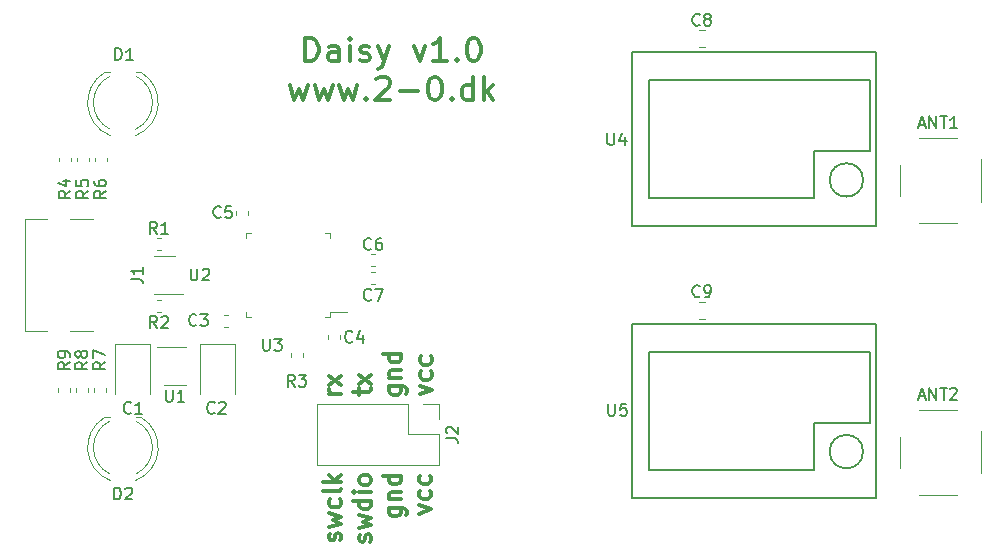
<source format=gbr>
G04 #@! TF.GenerationSoftware,KiCad,Pcbnew,5.1.8-db9833491~87~ubuntu20.04.1*
G04 #@! TF.CreationDate,2020-11-19T11:44:44+01:00*
G04 #@! TF.ProjectId,daisy,64616973-792e-46b6-9963-61645f706362,v1.0*
G04 #@! TF.SameCoordinates,Original*
G04 #@! TF.FileFunction,Legend,Top*
G04 #@! TF.FilePolarity,Positive*
%FSLAX46Y46*%
G04 Gerber Fmt 4.6, Leading zero omitted, Abs format (unit mm)*
G04 Created by KiCad (PCBNEW 5.1.8-db9833491~87~ubuntu20.04.1) date 2020-11-19 11:44:44*
%MOMM*%
%LPD*%
G01*
G04 APERTURE LIST*
%ADD10C,0.300000*%
%ADD11C,0.120000*%
%ADD12C,0.150000*%
G04 APERTURE END LIST*
D10*
X152138571Y-123592857D02*
X153138571Y-123235714D01*
X152138571Y-122878571D01*
X153067142Y-121664285D02*
X153138571Y-121807142D01*
X153138571Y-122092857D01*
X153067142Y-122235714D01*
X152995714Y-122307142D01*
X152852857Y-122378571D01*
X152424285Y-122378571D01*
X152281428Y-122307142D01*
X152210000Y-122235714D01*
X152138571Y-122092857D01*
X152138571Y-121807142D01*
X152210000Y-121664285D01*
X153067142Y-120378571D02*
X153138571Y-120521428D01*
X153138571Y-120807142D01*
X153067142Y-120950000D01*
X152995714Y-121021428D01*
X152852857Y-121092857D01*
X152424285Y-121092857D01*
X152281428Y-121021428D01*
X152210000Y-120950000D01*
X152138571Y-120807142D01*
X152138571Y-120521428D01*
X152210000Y-120378571D01*
X152078571Y-133692857D02*
X153078571Y-133335714D01*
X152078571Y-132978571D01*
X153007142Y-131764285D02*
X153078571Y-131907142D01*
X153078571Y-132192857D01*
X153007142Y-132335714D01*
X152935714Y-132407142D01*
X152792857Y-132478571D01*
X152364285Y-132478571D01*
X152221428Y-132407142D01*
X152150000Y-132335714D01*
X152078571Y-132192857D01*
X152078571Y-131907142D01*
X152150000Y-131764285D01*
X153007142Y-130478571D02*
X153078571Y-130621428D01*
X153078571Y-130907142D01*
X153007142Y-131050000D01*
X152935714Y-131121428D01*
X152792857Y-131192857D01*
X152364285Y-131192857D01*
X152221428Y-131121428D01*
X152150000Y-131050000D01*
X152078571Y-130907142D01*
X152078571Y-130621428D01*
X152150000Y-130478571D01*
X142419047Y-95404761D02*
X142419047Y-93404761D01*
X142895238Y-93404761D01*
X143180952Y-93500000D01*
X143371428Y-93690476D01*
X143466666Y-93880952D01*
X143561904Y-94261904D01*
X143561904Y-94547619D01*
X143466666Y-94928571D01*
X143371428Y-95119047D01*
X143180952Y-95309523D01*
X142895238Y-95404761D01*
X142419047Y-95404761D01*
X145276190Y-95404761D02*
X145276190Y-94357142D01*
X145180952Y-94166666D01*
X144990476Y-94071428D01*
X144609523Y-94071428D01*
X144419047Y-94166666D01*
X145276190Y-95309523D02*
X145085714Y-95404761D01*
X144609523Y-95404761D01*
X144419047Y-95309523D01*
X144323809Y-95119047D01*
X144323809Y-94928571D01*
X144419047Y-94738095D01*
X144609523Y-94642857D01*
X145085714Y-94642857D01*
X145276190Y-94547619D01*
X146228571Y-95404761D02*
X146228571Y-94071428D01*
X146228571Y-93404761D02*
X146133333Y-93500000D01*
X146228571Y-93595238D01*
X146323809Y-93500000D01*
X146228571Y-93404761D01*
X146228571Y-93595238D01*
X147085714Y-95309523D02*
X147276190Y-95404761D01*
X147657142Y-95404761D01*
X147847619Y-95309523D01*
X147942857Y-95119047D01*
X147942857Y-95023809D01*
X147847619Y-94833333D01*
X147657142Y-94738095D01*
X147371428Y-94738095D01*
X147180952Y-94642857D01*
X147085714Y-94452380D01*
X147085714Y-94357142D01*
X147180952Y-94166666D01*
X147371428Y-94071428D01*
X147657142Y-94071428D01*
X147847619Y-94166666D01*
X148609523Y-94071428D02*
X149085714Y-95404761D01*
X149561904Y-94071428D02*
X149085714Y-95404761D01*
X148895238Y-95880952D01*
X148800000Y-95976190D01*
X148609523Y-96071428D01*
X151657142Y-94071428D02*
X152133333Y-95404761D01*
X152609523Y-94071428D01*
X154419047Y-95404761D02*
X153276190Y-95404761D01*
X153847619Y-95404761D02*
X153847619Y-93404761D01*
X153657142Y-93690476D01*
X153466666Y-93880952D01*
X153276190Y-93976190D01*
X155276190Y-95214285D02*
X155371428Y-95309523D01*
X155276190Y-95404761D01*
X155180952Y-95309523D01*
X155276190Y-95214285D01*
X155276190Y-95404761D01*
X156609523Y-93404761D02*
X156800000Y-93404761D01*
X156990476Y-93500000D01*
X157085714Y-93595238D01*
X157180952Y-93785714D01*
X157276190Y-94166666D01*
X157276190Y-94642857D01*
X157180952Y-95023809D01*
X157085714Y-95214285D01*
X156990476Y-95309523D01*
X156800000Y-95404761D01*
X156609523Y-95404761D01*
X156419047Y-95309523D01*
X156323809Y-95214285D01*
X156228571Y-95023809D01*
X156133333Y-94642857D01*
X156133333Y-94166666D01*
X156228571Y-93785714D01*
X156323809Y-93595238D01*
X156419047Y-93500000D01*
X156609523Y-93404761D01*
X141133333Y-97371428D02*
X141514285Y-98704761D01*
X141895238Y-97752380D01*
X142276190Y-98704761D01*
X142657142Y-97371428D01*
X143228571Y-97371428D02*
X143609523Y-98704761D01*
X143990476Y-97752380D01*
X144371428Y-98704761D01*
X144752380Y-97371428D01*
X145323809Y-97371428D02*
X145704761Y-98704761D01*
X146085714Y-97752380D01*
X146466666Y-98704761D01*
X146847619Y-97371428D01*
X147609523Y-98514285D02*
X147704761Y-98609523D01*
X147609523Y-98704761D01*
X147514285Y-98609523D01*
X147609523Y-98514285D01*
X147609523Y-98704761D01*
X148466666Y-96895238D02*
X148561904Y-96800000D01*
X148752380Y-96704761D01*
X149228571Y-96704761D01*
X149419047Y-96800000D01*
X149514285Y-96895238D01*
X149609523Y-97085714D01*
X149609523Y-97276190D01*
X149514285Y-97561904D01*
X148371428Y-98704761D01*
X149609523Y-98704761D01*
X150466666Y-97942857D02*
X151990476Y-97942857D01*
X153323809Y-96704761D02*
X153514285Y-96704761D01*
X153704761Y-96800000D01*
X153800000Y-96895238D01*
X153895238Y-97085714D01*
X153990476Y-97466666D01*
X153990476Y-97942857D01*
X153895238Y-98323809D01*
X153800000Y-98514285D01*
X153704761Y-98609523D01*
X153514285Y-98704761D01*
X153323809Y-98704761D01*
X153133333Y-98609523D01*
X153038095Y-98514285D01*
X152942857Y-98323809D01*
X152847619Y-97942857D01*
X152847619Y-97466666D01*
X152942857Y-97085714D01*
X153038095Y-96895238D01*
X153133333Y-96800000D01*
X153323809Y-96704761D01*
X154847619Y-98514285D02*
X154942857Y-98609523D01*
X154847619Y-98704761D01*
X154752380Y-98609523D01*
X154847619Y-98514285D01*
X154847619Y-98704761D01*
X156657142Y-98704761D02*
X156657142Y-96704761D01*
X156657142Y-98609523D02*
X156466666Y-98704761D01*
X156085714Y-98704761D01*
X155895238Y-98609523D01*
X155800000Y-98514285D01*
X155704761Y-98323809D01*
X155704761Y-97752380D01*
X155800000Y-97561904D01*
X155895238Y-97466666D01*
X156085714Y-97371428D01*
X156466666Y-97371428D01*
X156657142Y-97466666D01*
X157609523Y-98704761D02*
X157609523Y-96704761D01*
X157800000Y-97942857D02*
X158371428Y-98704761D01*
X158371428Y-97371428D02*
X157609523Y-98133333D01*
X145387142Y-135970000D02*
X145458571Y-135827142D01*
X145458571Y-135541428D01*
X145387142Y-135398571D01*
X145244285Y-135327142D01*
X145172857Y-135327142D01*
X145030000Y-135398571D01*
X144958571Y-135541428D01*
X144958571Y-135755714D01*
X144887142Y-135898571D01*
X144744285Y-135970000D01*
X144672857Y-135970000D01*
X144530000Y-135898571D01*
X144458571Y-135755714D01*
X144458571Y-135541428D01*
X144530000Y-135398571D01*
X144458571Y-134827142D02*
X145458571Y-134541428D01*
X144744285Y-134255714D01*
X145458571Y-133970000D01*
X144458571Y-133684285D01*
X145387142Y-132470000D02*
X145458571Y-132612857D01*
X145458571Y-132898571D01*
X145387142Y-133041428D01*
X145315714Y-133112857D01*
X145172857Y-133184285D01*
X144744285Y-133184285D01*
X144601428Y-133112857D01*
X144530000Y-133041428D01*
X144458571Y-132898571D01*
X144458571Y-132612857D01*
X144530000Y-132470000D01*
X145458571Y-131612857D02*
X145387142Y-131755714D01*
X145244285Y-131827142D01*
X143958571Y-131827142D01*
X145458571Y-131041428D02*
X143958571Y-131041428D01*
X144887142Y-130898571D02*
X145458571Y-130470000D01*
X144458571Y-130470000D02*
X145030000Y-131041428D01*
X147937142Y-136101428D02*
X148008571Y-135958571D01*
X148008571Y-135672857D01*
X147937142Y-135530000D01*
X147794285Y-135458571D01*
X147722857Y-135458571D01*
X147580000Y-135530000D01*
X147508571Y-135672857D01*
X147508571Y-135887142D01*
X147437142Y-136030000D01*
X147294285Y-136101428D01*
X147222857Y-136101428D01*
X147080000Y-136030000D01*
X147008571Y-135887142D01*
X147008571Y-135672857D01*
X147080000Y-135530000D01*
X147008571Y-134958571D02*
X148008571Y-134672857D01*
X147294285Y-134387142D01*
X148008571Y-134101428D01*
X147008571Y-133815714D01*
X148008571Y-132601428D02*
X146508571Y-132601428D01*
X147937142Y-132601428D02*
X148008571Y-132744285D01*
X148008571Y-133030000D01*
X147937142Y-133172857D01*
X147865714Y-133244285D01*
X147722857Y-133315714D01*
X147294285Y-133315714D01*
X147151428Y-133244285D01*
X147080000Y-133172857D01*
X147008571Y-133030000D01*
X147008571Y-132744285D01*
X147080000Y-132601428D01*
X148008571Y-131887142D02*
X147008571Y-131887142D01*
X146508571Y-131887142D02*
X146580000Y-131958571D01*
X146651428Y-131887142D01*
X146580000Y-131815714D01*
X146508571Y-131887142D01*
X146651428Y-131887142D01*
X148008571Y-130958571D02*
X147937142Y-131101428D01*
X147865714Y-131172857D01*
X147722857Y-131244285D01*
X147294285Y-131244285D01*
X147151428Y-131172857D01*
X147080000Y-131101428D01*
X147008571Y-130958571D01*
X147008571Y-130744285D01*
X147080000Y-130601428D01*
X147151428Y-130530000D01*
X147294285Y-130458571D01*
X147722857Y-130458571D01*
X147865714Y-130530000D01*
X147937142Y-130601428D01*
X148008571Y-130744285D01*
X148008571Y-130958571D01*
X149538571Y-122905714D02*
X150752857Y-122905714D01*
X150895714Y-122977142D01*
X150967142Y-123048571D01*
X151038571Y-123191428D01*
X151038571Y-123405714D01*
X150967142Y-123548571D01*
X150467142Y-122905714D02*
X150538571Y-123048571D01*
X150538571Y-123334285D01*
X150467142Y-123477142D01*
X150395714Y-123548571D01*
X150252857Y-123620000D01*
X149824285Y-123620000D01*
X149681428Y-123548571D01*
X149610000Y-123477142D01*
X149538571Y-123334285D01*
X149538571Y-123048571D01*
X149610000Y-122905714D01*
X149538571Y-122191428D02*
X150538571Y-122191428D01*
X149681428Y-122191428D02*
X149610000Y-122120000D01*
X149538571Y-121977142D01*
X149538571Y-121762857D01*
X149610000Y-121620000D01*
X149752857Y-121548571D01*
X150538571Y-121548571D01*
X150538571Y-120191428D02*
X149038571Y-120191428D01*
X150467142Y-120191428D02*
X150538571Y-120334285D01*
X150538571Y-120620000D01*
X150467142Y-120762857D01*
X150395714Y-120834285D01*
X150252857Y-120905714D01*
X149824285Y-120905714D01*
X149681428Y-120834285D01*
X149610000Y-120762857D01*
X149538571Y-120620000D01*
X149538571Y-120334285D01*
X149610000Y-120191428D01*
X149528571Y-133215714D02*
X150742857Y-133215714D01*
X150885714Y-133287142D01*
X150957142Y-133358571D01*
X151028571Y-133501428D01*
X151028571Y-133715714D01*
X150957142Y-133858571D01*
X150457142Y-133215714D02*
X150528571Y-133358571D01*
X150528571Y-133644285D01*
X150457142Y-133787142D01*
X150385714Y-133858571D01*
X150242857Y-133930000D01*
X149814285Y-133930000D01*
X149671428Y-133858571D01*
X149600000Y-133787142D01*
X149528571Y-133644285D01*
X149528571Y-133358571D01*
X149600000Y-133215714D01*
X149528571Y-132501428D02*
X150528571Y-132501428D01*
X149671428Y-132501428D02*
X149600000Y-132430000D01*
X149528571Y-132287142D01*
X149528571Y-132072857D01*
X149600000Y-131930000D01*
X149742857Y-131858571D01*
X150528571Y-131858571D01*
X150528571Y-130501428D02*
X149028571Y-130501428D01*
X150457142Y-130501428D02*
X150528571Y-130644285D01*
X150528571Y-130930000D01*
X150457142Y-131072857D01*
X150385714Y-131144285D01*
X150242857Y-131215714D01*
X149814285Y-131215714D01*
X149671428Y-131144285D01*
X149600000Y-131072857D01*
X149528571Y-130930000D01*
X149528571Y-130644285D01*
X149600000Y-130501428D01*
X147008571Y-123642857D02*
X147008571Y-123071428D01*
X146508571Y-123428571D02*
X147794285Y-123428571D01*
X147937142Y-123357142D01*
X148008571Y-123214285D01*
X148008571Y-123071428D01*
X148008571Y-122714285D02*
X147008571Y-121928571D01*
X147008571Y-122714285D02*
X148008571Y-121928571D01*
X145438571Y-123594285D02*
X144438571Y-123594285D01*
X144724285Y-123594285D02*
X144581428Y-123522857D01*
X144510000Y-123451428D01*
X144438571Y-123308571D01*
X144438571Y-123165714D01*
X145438571Y-122808571D02*
X144438571Y-122022857D01*
X144438571Y-122808571D02*
X145438571Y-122022857D01*
D11*
X199680000Y-126700000D02*
X199680000Y-130300000D01*
X192800000Y-127200000D02*
X192800000Y-129800000D01*
X197600000Y-132100000D02*
X194400000Y-132100000D01*
X197600000Y-124900000D02*
X194400000Y-124900000D01*
X199680000Y-103700000D02*
X199680000Y-107300000D01*
X192800000Y-104200000D02*
X192800000Y-106800000D01*
X197600000Y-109100000D02*
X194400000Y-109100000D01*
X197600000Y-101900000D02*
X194400000Y-101900000D01*
X118680000Y-108800000D02*
X118680000Y-118200000D01*
X124480000Y-118200000D02*
X122480000Y-118200000D01*
X120580000Y-118200000D02*
X118680000Y-118200000D01*
X124480000Y-108800000D02*
X122480000Y-108800000D01*
X120580000Y-108800000D02*
X118680000Y-108800000D01*
X144560000Y-109940000D02*
X144140000Y-109940000D01*
X144560000Y-117060000D02*
X144560000Y-116640000D01*
X144560000Y-116640000D02*
X145940000Y-116640000D01*
X137440000Y-117060000D02*
X137860000Y-117060000D01*
X137440000Y-109940000D02*
X137860000Y-109940000D01*
X144560000Y-117060000D02*
X144140000Y-117060000D01*
X144560000Y-109940000D02*
X144560000Y-110360000D01*
X137440000Y-109940000D02*
X137440000Y-110360000D01*
X137440000Y-117060000D02*
X137440000Y-116640000D01*
X130212779Y-110390000D02*
X129887221Y-110390000D01*
X130212779Y-111410000D02*
X129887221Y-111410000D01*
X129310000Y-123540000D02*
X129310000Y-119330000D01*
X129310000Y-119330000D02*
X126290000Y-119330000D01*
X126290000Y-119330000D02*
X126290000Y-123540000D01*
X133490000Y-119327500D02*
X133490000Y-123537500D01*
X136510000Y-119327500D02*
X133490000Y-119327500D01*
X136510000Y-123537500D02*
X136510000Y-119327500D01*
X135882779Y-117920000D02*
X135557221Y-117920000D01*
X135882779Y-116900000D02*
X135557221Y-116900000D01*
X144400000Y-118607221D02*
X144400000Y-118932779D01*
X145420000Y-118607221D02*
X145420000Y-118932779D01*
X136570000Y-108382779D02*
X136570000Y-108057221D01*
X137590000Y-108382779D02*
X137590000Y-108057221D01*
X148007221Y-112750000D02*
X148332779Y-112750000D01*
X148007221Y-111730000D02*
X148332779Y-111730000D01*
X148007221Y-114260000D02*
X148332779Y-114260000D01*
X148007221Y-113240000D02*
X148332779Y-113240000D01*
X130212779Y-116610000D02*
X129887221Y-116610000D01*
X130212779Y-115590000D02*
X129887221Y-115590000D01*
X141240000Y-120117221D02*
X141240000Y-120442779D01*
X142260000Y-120117221D02*
X142260000Y-120442779D01*
X122620000Y-103882779D02*
X122620000Y-103557221D01*
X121600000Y-103882779D02*
X121600000Y-103557221D01*
X123100000Y-103882779D02*
X123100000Y-103557221D01*
X124120000Y-103882779D02*
X124120000Y-103557221D01*
X125620000Y-103882779D02*
X125620000Y-103557221D01*
X124600000Y-103882779D02*
X124600000Y-103557221D01*
X125550000Y-123047221D02*
X125550000Y-123372779D01*
X124530000Y-123047221D02*
X124530000Y-123372779D01*
X132300000Y-119590000D02*
X129850000Y-119590000D01*
X130500000Y-122810000D02*
X132300000Y-122810000D01*
X129600000Y-115110000D02*
X132050000Y-115110000D01*
X131400000Y-111890000D02*
X129600000Y-111890000D01*
X128545000Y-96345000D02*
X128080000Y-96345000D01*
X125920000Y-96345000D02*
X125455000Y-96345000D01*
X125919571Y-101159479D02*
G75*
G02*
X125920000Y-96650316I1080429J2254479D01*
G01*
X128080429Y-101159479D02*
G75*
G03*
X128080000Y-96650316I-1080429J2254479D01*
G01*
X125919173Y-101692815D02*
G75*
G02*
X125455170Y-96345000I1080827J2787815D01*
G01*
X128080827Y-101692815D02*
G75*
G03*
X128544830Y-96345000I-1080827J2787815D01*
G01*
X125920000Y-125545000D02*
X125455000Y-125545000D01*
X128545000Y-125545000D02*
X128080000Y-125545000D01*
X128080827Y-130892815D02*
G75*
G03*
X128544830Y-125545000I-1080827J2787815D01*
G01*
X125919173Y-130892815D02*
G75*
G02*
X125455170Y-125545000I1080827J2787815D01*
G01*
X128080429Y-130359479D02*
G75*
G03*
X128080000Y-125850316I-1080429J2254479D01*
G01*
X125919571Y-130359479D02*
G75*
G02*
X125920000Y-125850316I1080429J2254479D01*
G01*
X123020000Y-123047221D02*
X123020000Y-123372779D01*
X124040000Y-123047221D02*
X124040000Y-123372779D01*
X122550000Y-123047221D02*
X122550000Y-123372779D01*
X121530000Y-123047221D02*
X121530000Y-123372779D01*
X175741422Y-94210000D02*
X176258578Y-94210000D01*
X175741422Y-92790000D02*
X176258578Y-92790000D01*
X175741422Y-115790000D02*
X176258578Y-115790000D01*
X175741422Y-117210000D02*
X176258578Y-117210000D01*
X153730000Y-124400000D02*
X153730000Y-125730000D01*
X152400000Y-124400000D02*
X153730000Y-124400000D01*
X153730000Y-127000000D02*
X153730000Y-129600000D01*
X151130000Y-127000000D02*
X153730000Y-127000000D01*
X151130000Y-124400000D02*
X151130000Y-127000000D01*
X153730000Y-129600000D02*
X143450000Y-129600000D01*
X151130000Y-124400000D02*
X143450000Y-124400000D01*
X143450000Y-124400000D02*
X143450000Y-129600000D01*
D12*
X170100000Y-94650000D02*
X190800000Y-94650000D01*
X190800000Y-94650000D02*
X190800000Y-109350000D01*
X190800000Y-109350000D02*
X170100000Y-109350000D01*
X170100000Y-109350000D02*
X170100000Y-94650000D01*
X171500000Y-107000000D02*
X171500000Y-97000000D01*
X171500000Y-97000000D02*
X190250000Y-97000000D01*
X190250000Y-97000000D02*
X190250000Y-103000000D01*
X190250000Y-103000000D02*
X185550000Y-103000000D01*
X185550000Y-103000000D02*
X185550000Y-107000000D01*
X185550000Y-107000000D02*
X171500000Y-107000000D01*
X189664214Y-105450000D02*
G75*
G03*
X189664214Y-105450000I-1414214J0D01*
G01*
X189664214Y-128450000D02*
G75*
G03*
X189664214Y-128450000I-1414214J0D01*
G01*
X185550000Y-130000000D02*
X171500000Y-130000000D01*
X185550000Y-126000000D02*
X185550000Y-130000000D01*
X190250000Y-126000000D02*
X185550000Y-126000000D01*
X190250000Y-120000000D02*
X190250000Y-126000000D01*
X171500000Y-120000000D02*
X190250000Y-120000000D01*
X171500000Y-130000000D02*
X171500000Y-120000000D01*
X170100000Y-132350000D02*
X170100000Y-117650000D01*
X190800000Y-132350000D02*
X170100000Y-132350000D01*
X190800000Y-117650000D02*
X190800000Y-132350000D01*
X170100000Y-117650000D02*
X190800000Y-117650000D01*
X194380952Y-123766666D02*
X194857142Y-123766666D01*
X194285714Y-124052380D02*
X194619047Y-123052380D01*
X194952380Y-124052380D01*
X195285714Y-124052380D02*
X195285714Y-123052380D01*
X195857142Y-124052380D01*
X195857142Y-123052380D01*
X196190476Y-123052380D02*
X196761904Y-123052380D01*
X196476190Y-124052380D02*
X196476190Y-123052380D01*
X197047619Y-123147619D02*
X197095238Y-123100000D01*
X197190476Y-123052380D01*
X197428571Y-123052380D01*
X197523809Y-123100000D01*
X197571428Y-123147619D01*
X197619047Y-123242857D01*
X197619047Y-123338095D01*
X197571428Y-123480952D01*
X197000000Y-124052380D01*
X197619047Y-124052380D01*
X194380952Y-100766666D02*
X194857142Y-100766666D01*
X194285714Y-101052380D02*
X194619047Y-100052380D01*
X194952380Y-101052380D01*
X195285714Y-101052380D02*
X195285714Y-100052380D01*
X195857142Y-101052380D01*
X195857142Y-100052380D01*
X196190476Y-100052380D02*
X196761904Y-100052380D01*
X196476190Y-101052380D02*
X196476190Y-100052380D01*
X197619047Y-101052380D02*
X197047619Y-101052380D01*
X197333333Y-101052380D02*
X197333333Y-100052380D01*
X197238095Y-100195238D01*
X197142857Y-100290476D01*
X197047619Y-100338095D01*
X127677380Y-113833333D02*
X128391666Y-113833333D01*
X128534523Y-113880952D01*
X128629761Y-113976190D01*
X128677380Y-114119047D01*
X128677380Y-114214285D01*
X128677380Y-112833333D02*
X128677380Y-113404761D01*
X128677380Y-113119047D02*
X127677380Y-113119047D01*
X127820238Y-113214285D01*
X127915476Y-113309523D01*
X127963095Y-113404761D01*
X138858095Y-118902380D02*
X138858095Y-119711904D01*
X138905714Y-119807142D01*
X138953333Y-119854761D01*
X139048571Y-119902380D01*
X139239047Y-119902380D01*
X139334285Y-119854761D01*
X139381904Y-119807142D01*
X139429523Y-119711904D01*
X139429523Y-118902380D01*
X139810476Y-118902380D02*
X140429523Y-118902380D01*
X140096190Y-119283333D01*
X140239047Y-119283333D01*
X140334285Y-119330952D01*
X140381904Y-119378571D01*
X140429523Y-119473809D01*
X140429523Y-119711904D01*
X140381904Y-119807142D01*
X140334285Y-119854761D01*
X140239047Y-119902380D01*
X139953333Y-119902380D01*
X139858095Y-119854761D01*
X139810476Y-119807142D01*
X129883333Y-110012380D02*
X129550000Y-109536190D01*
X129311904Y-110012380D02*
X129311904Y-109012380D01*
X129692857Y-109012380D01*
X129788095Y-109060000D01*
X129835714Y-109107619D01*
X129883333Y-109202857D01*
X129883333Y-109345714D01*
X129835714Y-109440952D01*
X129788095Y-109488571D01*
X129692857Y-109536190D01*
X129311904Y-109536190D01*
X130835714Y-110012380D02*
X130264285Y-110012380D01*
X130550000Y-110012380D02*
X130550000Y-109012380D01*
X130454761Y-109155238D01*
X130359523Y-109250476D01*
X130264285Y-109298095D01*
X127673333Y-125147142D02*
X127625714Y-125194761D01*
X127482857Y-125242380D01*
X127387619Y-125242380D01*
X127244761Y-125194761D01*
X127149523Y-125099523D01*
X127101904Y-125004285D01*
X127054285Y-124813809D01*
X127054285Y-124670952D01*
X127101904Y-124480476D01*
X127149523Y-124385238D01*
X127244761Y-124290000D01*
X127387619Y-124242380D01*
X127482857Y-124242380D01*
X127625714Y-124290000D01*
X127673333Y-124337619D01*
X128625714Y-125242380D02*
X128054285Y-125242380D01*
X128340000Y-125242380D02*
X128340000Y-124242380D01*
X128244761Y-124385238D01*
X128149523Y-124480476D01*
X128054285Y-124528095D01*
X134753333Y-125147142D02*
X134705714Y-125194761D01*
X134562857Y-125242380D01*
X134467619Y-125242380D01*
X134324761Y-125194761D01*
X134229523Y-125099523D01*
X134181904Y-125004285D01*
X134134285Y-124813809D01*
X134134285Y-124670952D01*
X134181904Y-124480476D01*
X134229523Y-124385238D01*
X134324761Y-124290000D01*
X134467619Y-124242380D01*
X134562857Y-124242380D01*
X134705714Y-124290000D01*
X134753333Y-124337619D01*
X135134285Y-124337619D02*
X135181904Y-124290000D01*
X135277142Y-124242380D01*
X135515238Y-124242380D01*
X135610476Y-124290000D01*
X135658095Y-124337619D01*
X135705714Y-124432857D01*
X135705714Y-124528095D01*
X135658095Y-124670952D01*
X135086666Y-125242380D01*
X135705714Y-125242380D01*
X133223333Y-117717142D02*
X133175714Y-117764761D01*
X133032857Y-117812380D01*
X132937619Y-117812380D01*
X132794761Y-117764761D01*
X132699523Y-117669523D01*
X132651904Y-117574285D01*
X132604285Y-117383809D01*
X132604285Y-117240952D01*
X132651904Y-117050476D01*
X132699523Y-116955238D01*
X132794761Y-116860000D01*
X132937619Y-116812380D01*
X133032857Y-116812380D01*
X133175714Y-116860000D01*
X133223333Y-116907619D01*
X133556666Y-116812380D02*
X134175714Y-116812380D01*
X133842380Y-117193333D01*
X133985238Y-117193333D01*
X134080476Y-117240952D01*
X134128095Y-117288571D01*
X134175714Y-117383809D01*
X134175714Y-117621904D01*
X134128095Y-117717142D01*
X134080476Y-117764761D01*
X133985238Y-117812380D01*
X133699523Y-117812380D01*
X133604285Y-117764761D01*
X133556666Y-117717142D01*
X146433333Y-119127142D02*
X146385714Y-119174761D01*
X146242857Y-119222380D01*
X146147619Y-119222380D01*
X146004761Y-119174761D01*
X145909523Y-119079523D01*
X145861904Y-118984285D01*
X145814285Y-118793809D01*
X145814285Y-118650952D01*
X145861904Y-118460476D01*
X145909523Y-118365238D01*
X146004761Y-118270000D01*
X146147619Y-118222380D01*
X146242857Y-118222380D01*
X146385714Y-118270000D01*
X146433333Y-118317619D01*
X147290476Y-118555714D02*
X147290476Y-119222380D01*
X147052380Y-118174761D02*
X146814285Y-118889047D01*
X147433333Y-118889047D01*
X135283333Y-108577142D02*
X135235714Y-108624761D01*
X135092857Y-108672380D01*
X134997619Y-108672380D01*
X134854761Y-108624761D01*
X134759523Y-108529523D01*
X134711904Y-108434285D01*
X134664285Y-108243809D01*
X134664285Y-108100952D01*
X134711904Y-107910476D01*
X134759523Y-107815238D01*
X134854761Y-107720000D01*
X134997619Y-107672380D01*
X135092857Y-107672380D01*
X135235714Y-107720000D01*
X135283333Y-107767619D01*
X136188095Y-107672380D02*
X135711904Y-107672380D01*
X135664285Y-108148571D01*
X135711904Y-108100952D01*
X135807142Y-108053333D01*
X136045238Y-108053333D01*
X136140476Y-108100952D01*
X136188095Y-108148571D01*
X136235714Y-108243809D01*
X136235714Y-108481904D01*
X136188095Y-108577142D01*
X136140476Y-108624761D01*
X136045238Y-108672380D01*
X135807142Y-108672380D01*
X135711904Y-108624761D01*
X135664285Y-108577142D01*
X148013333Y-111277142D02*
X147965714Y-111324761D01*
X147822857Y-111372380D01*
X147727619Y-111372380D01*
X147584761Y-111324761D01*
X147489523Y-111229523D01*
X147441904Y-111134285D01*
X147394285Y-110943809D01*
X147394285Y-110800952D01*
X147441904Y-110610476D01*
X147489523Y-110515238D01*
X147584761Y-110420000D01*
X147727619Y-110372380D01*
X147822857Y-110372380D01*
X147965714Y-110420000D01*
X148013333Y-110467619D01*
X148870476Y-110372380D02*
X148680000Y-110372380D01*
X148584761Y-110420000D01*
X148537142Y-110467619D01*
X148441904Y-110610476D01*
X148394285Y-110800952D01*
X148394285Y-111181904D01*
X148441904Y-111277142D01*
X148489523Y-111324761D01*
X148584761Y-111372380D01*
X148775238Y-111372380D01*
X148870476Y-111324761D01*
X148918095Y-111277142D01*
X148965714Y-111181904D01*
X148965714Y-110943809D01*
X148918095Y-110848571D01*
X148870476Y-110800952D01*
X148775238Y-110753333D01*
X148584761Y-110753333D01*
X148489523Y-110800952D01*
X148441904Y-110848571D01*
X148394285Y-110943809D01*
X148013333Y-115567142D02*
X147965714Y-115614761D01*
X147822857Y-115662380D01*
X147727619Y-115662380D01*
X147584761Y-115614761D01*
X147489523Y-115519523D01*
X147441904Y-115424285D01*
X147394285Y-115233809D01*
X147394285Y-115090952D01*
X147441904Y-114900476D01*
X147489523Y-114805238D01*
X147584761Y-114710000D01*
X147727619Y-114662380D01*
X147822857Y-114662380D01*
X147965714Y-114710000D01*
X148013333Y-114757619D01*
X148346666Y-114662380D02*
X149013333Y-114662380D01*
X148584761Y-115662380D01*
X129883333Y-117972380D02*
X129550000Y-117496190D01*
X129311904Y-117972380D02*
X129311904Y-116972380D01*
X129692857Y-116972380D01*
X129788095Y-117020000D01*
X129835714Y-117067619D01*
X129883333Y-117162857D01*
X129883333Y-117305714D01*
X129835714Y-117400952D01*
X129788095Y-117448571D01*
X129692857Y-117496190D01*
X129311904Y-117496190D01*
X130264285Y-117067619D02*
X130311904Y-117020000D01*
X130407142Y-116972380D01*
X130645238Y-116972380D01*
X130740476Y-117020000D01*
X130788095Y-117067619D01*
X130835714Y-117162857D01*
X130835714Y-117258095D01*
X130788095Y-117400952D01*
X130216666Y-117972380D01*
X130835714Y-117972380D01*
X141543333Y-122942380D02*
X141210000Y-122466190D01*
X140971904Y-122942380D02*
X140971904Y-121942380D01*
X141352857Y-121942380D01*
X141448095Y-121990000D01*
X141495714Y-122037619D01*
X141543333Y-122132857D01*
X141543333Y-122275714D01*
X141495714Y-122370952D01*
X141448095Y-122418571D01*
X141352857Y-122466190D01*
X140971904Y-122466190D01*
X141876666Y-121942380D02*
X142495714Y-121942380D01*
X142162380Y-122323333D01*
X142305238Y-122323333D01*
X142400476Y-122370952D01*
X142448095Y-122418571D01*
X142495714Y-122513809D01*
X142495714Y-122751904D01*
X142448095Y-122847142D01*
X142400476Y-122894761D01*
X142305238Y-122942380D01*
X142019523Y-122942380D01*
X141924285Y-122894761D01*
X141876666Y-122847142D01*
X122552380Y-106366666D02*
X122076190Y-106700000D01*
X122552380Y-106938095D02*
X121552380Y-106938095D01*
X121552380Y-106557142D01*
X121600000Y-106461904D01*
X121647619Y-106414285D01*
X121742857Y-106366666D01*
X121885714Y-106366666D01*
X121980952Y-106414285D01*
X122028571Y-106461904D01*
X122076190Y-106557142D01*
X122076190Y-106938095D01*
X121885714Y-105509523D02*
X122552380Y-105509523D01*
X121504761Y-105747619D02*
X122219047Y-105985714D01*
X122219047Y-105366666D01*
X124062380Y-106366666D02*
X123586190Y-106700000D01*
X124062380Y-106938095D02*
X123062380Y-106938095D01*
X123062380Y-106557142D01*
X123110000Y-106461904D01*
X123157619Y-106414285D01*
X123252857Y-106366666D01*
X123395714Y-106366666D01*
X123490952Y-106414285D01*
X123538571Y-106461904D01*
X123586190Y-106557142D01*
X123586190Y-106938095D01*
X123062380Y-105461904D02*
X123062380Y-105938095D01*
X123538571Y-105985714D01*
X123490952Y-105938095D01*
X123443333Y-105842857D01*
X123443333Y-105604761D01*
X123490952Y-105509523D01*
X123538571Y-105461904D01*
X123633809Y-105414285D01*
X123871904Y-105414285D01*
X123967142Y-105461904D01*
X124014761Y-105509523D01*
X124062380Y-105604761D01*
X124062380Y-105842857D01*
X124014761Y-105938095D01*
X123967142Y-105985714D01*
X125552380Y-106366666D02*
X125076190Y-106700000D01*
X125552380Y-106938095D02*
X124552380Y-106938095D01*
X124552380Y-106557142D01*
X124600000Y-106461904D01*
X124647619Y-106414285D01*
X124742857Y-106366666D01*
X124885714Y-106366666D01*
X124980952Y-106414285D01*
X125028571Y-106461904D01*
X125076190Y-106557142D01*
X125076190Y-106938095D01*
X124552380Y-105509523D02*
X124552380Y-105700000D01*
X124600000Y-105795238D01*
X124647619Y-105842857D01*
X124790476Y-105938095D01*
X124980952Y-105985714D01*
X125361904Y-105985714D01*
X125457142Y-105938095D01*
X125504761Y-105890476D01*
X125552380Y-105795238D01*
X125552380Y-105604761D01*
X125504761Y-105509523D01*
X125457142Y-105461904D01*
X125361904Y-105414285D01*
X125123809Y-105414285D01*
X125028571Y-105461904D01*
X124980952Y-105509523D01*
X124933333Y-105604761D01*
X124933333Y-105795238D01*
X124980952Y-105890476D01*
X125028571Y-105938095D01*
X125123809Y-105985714D01*
X125492380Y-120876666D02*
X125016190Y-121210000D01*
X125492380Y-121448095D02*
X124492380Y-121448095D01*
X124492380Y-121067142D01*
X124540000Y-120971904D01*
X124587619Y-120924285D01*
X124682857Y-120876666D01*
X124825714Y-120876666D01*
X124920952Y-120924285D01*
X124968571Y-120971904D01*
X125016190Y-121067142D01*
X125016190Y-121448095D01*
X124492380Y-120543333D02*
X124492380Y-119876666D01*
X125492380Y-120305238D01*
X130638095Y-123212380D02*
X130638095Y-124021904D01*
X130685714Y-124117142D01*
X130733333Y-124164761D01*
X130828571Y-124212380D01*
X131019047Y-124212380D01*
X131114285Y-124164761D01*
X131161904Y-124117142D01*
X131209523Y-124021904D01*
X131209523Y-123212380D01*
X132209523Y-124212380D02*
X131638095Y-124212380D01*
X131923809Y-124212380D02*
X131923809Y-123212380D01*
X131828571Y-123355238D01*
X131733333Y-123450476D01*
X131638095Y-123498095D01*
X132738095Y-112952380D02*
X132738095Y-113761904D01*
X132785714Y-113857142D01*
X132833333Y-113904761D01*
X132928571Y-113952380D01*
X133119047Y-113952380D01*
X133214285Y-113904761D01*
X133261904Y-113857142D01*
X133309523Y-113761904D01*
X133309523Y-112952380D01*
X133738095Y-113047619D02*
X133785714Y-113000000D01*
X133880952Y-112952380D01*
X134119047Y-112952380D01*
X134214285Y-113000000D01*
X134261904Y-113047619D01*
X134309523Y-113142857D01*
X134309523Y-113238095D01*
X134261904Y-113380952D01*
X133690476Y-113952380D01*
X134309523Y-113952380D01*
X126331904Y-95292380D02*
X126331904Y-94292380D01*
X126570000Y-94292380D01*
X126712857Y-94340000D01*
X126808095Y-94435238D01*
X126855714Y-94530476D01*
X126903333Y-94720952D01*
X126903333Y-94863809D01*
X126855714Y-95054285D01*
X126808095Y-95149523D01*
X126712857Y-95244761D01*
X126570000Y-95292380D01*
X126331904Y-95292380D01*
X127855714Y-95292380D02*
X127284285Y-95292380D01*
X127570000Y-95292380D02*
X127570000Y-94292380D01*
X127474761Y-94435238D01*
X127379523Y-94530476D01*
X127284285Y-94578095D01*
X126251904Y-132502380D02*
X126251904Y-131502380D01*
X126490000Y-131502380D01*
X126632857Y-131550000D01*
X126728095Y-131645238D01*
X126775714Y-131740476D01*
X126823333Y-131930952D01*
X126823333Y-132073809D01*
X126775714Y-132264285D01*
X126728095Y-132359523D01*
X126632857Y-132454761D01*
X126490000Y-132502380D01*
X126251904Y-132502380D01*
X127204285Y-131597619D02*
X127251904Y-131550000D01*
X127347142Y-131502380D01*
X127585238Y-131502380D01*
X127680476Y-131550000D01*
X127728095Y-131597619D01*
X127775714Y-131692857D01*
X127775714Y-131788095D01*
X127728095Y-131930952D01*
X127156666Y-132502380D01*
X127775714Y-132502380D01*
X123982380Y-120866666D02*
X123506190Y-121200000D01*
X123982380Y-121438095D02*
X122982380Y-121438095D01*
X122982380Y-121057142D01*
X123030000Y-120961904D01*
X123077619Y-120914285D01*
X123172857Y-120866666D01*
X123315714Y-120866666D01*
X123410952Y-120914285D01*
X123458571Y-120961904D01*
X123506190Y-121057142D01*
X123506190Y-121438095D01*
X123410952Y-120295238D02*
X123363333Y-120390476D01*
X123315714Y-120438095D01*
X123220476Y-120485714D01*
X123172857Y-120485714D01*
X123077619Y-120438095D01*
X123030000Y-120390476D01*
X122982380Y-120295238D01*
X122982380Y-120104761D01*
X123030000Y-120009523D01*
X123077619Y-119961904D01*
X123172857Y-119914285D01*
X123220476Y-119914285D01*
X123315714Y-119961904D01*
X123363333Y-120009523D01*
X123410952Y-120104761D01*
X123410952Y-120295238D01*
X123458571Y-120390476D01*
X123506190Y-120438095D01*
X123601428Y-120485714D01*
X123791904Y-120485714D01*
X123887142Y-120438095D01*
X123934761Y-120390476D01*
X123982380Y-120295238D01*
X123982380Y-120104761D01*
X123934761Y-120009523D01*
X123887142Y-119961904D01*
X123791904Y-119914285D01*
X123601428Y-119914285D01*
X123506190Y-119961904D01*
X123458571Y-120009523D01*
X123410952Y-120104761D01*
X122492380Y-120876666D02*
X122016190Y-121210000D01*
X122492380Y-121448095D02*
X121492380Y-121448095D01*
X121492380Y-121067142D01*
X121540000Y-120971904D01*
X121587619Y-120924285D01*
X121682857Y-120876666D01*
X121825714Y-120876666D01*
X121920952Y-120924285D01*
X121968571Y-120971904D01*
X122016190Y-121067142D01*
X122016190Y-121448095D01*
X122492380Y-120400476D02*
X122492380Y-120210000D01*
X122444761Y-120114761D01*
X122397142Y-120067142D01*
X122254285Y-119971904D01*
X122063809Y-119924285D01*
X121682857Y-119924285D01*
X121587619Y-119971904D01*
X121540000Y-120019523D01*
X121492380Y-120114761D01*
X121492380Y-120305238D01*
X121540000Y-120400476D01*
X121587619Y-120448095D01*
X121682857Y-120495714D01*
X121920952Y-120495714D01*
X122016190Y-120448095D01*
X122063809Y-120400476D01*
X122111428Y-120305238D01*
X122111428Y-120114761D01*
X122063809Y-120019523D01*
X122016190Y-119971904D01*
X121920952Y-119924285D01*
X175833333Y-92297142D02*
X175785714Y-92344761D01*
X175642857Y-92392380D01*
X175547619Y-92392380D01*
X175404761Y-92344761D01*
X175309523Y-92249523D01*
X175261904Y-92154285D01*
X175214285Y-91963809D01*
X175214285Y-91820952D01*
X175261904Y-91630476D01*
X175309523Y-91535238D01*
X175404761Y-91440000D01*
X175547619Y-91392380D01*
X175642857Y-91392380D01*
X175785714Y-91440000D01*
X175833333Y-91487619D01*
X176404761Y-91820952D02*
X176309523Y-91773333D01*
X176261904Y-91725714D01*
X176214285Y-91630476D01*
X176214285Y-91582857D01*
X176261904Y-91487619D01*
X176309523Y-91440000D01*
X176404761Y-91392380D01*
X176595238Y-91392380D01*
X176690476Y-91440000D01*
X176738095Y-91487619D01*
X176785714Y-91582857D01*
X176785714Y-91630476D01*
X176738095Y-91725714D01*
X176690476Y-91773333D01*
X176595238Y-91820952D01*
X176404761Y-91820952D01*
X176309523Y-91868571D01*
X176261904Y-91916190D01*
X176214285Y-92011428D01*
X176214285Y-92201904D01*
X176261904Y-92297142D01*
X176309523Y-92344761D01*
X176404761Y-92392380D01*
X176595238Y-92392380D01*
X176690476Y-92344761D01*
X176738095Y-92297142D01*
X176785714Y-92201904D01*
X176785714Y-92011428D01*
X176738095Y-91916190D01*
X176690476Y-91868571D01*
X176595238Y-91820952D01*
X175833333Y-115277142D02*
X175785714Y-115324761D01*
X175642857Y-115372380D01*
X175547619Y-115372380D01*
X175404761Y-115324761D01*
X175309523Y-115229523D01*
X175261904Y-115134285D01*
X175214285Y-114943809D01*
X175214285Y-114800952D01*
X175261904Y-114610476D01*
X175309523Y-114515238D01*
X175404761Y-114420000D01*
X175547619Y-114372380D01*
X175642857Y-114372380D01*
X175785714Y-114420000D01*
X175833333Y-114467619D01*
X176309523Y-115372380D02*
X176500000Y-115372380D01*
X176595238Y-115324761D01*
X176642857Y-115277142D01*
X176738095Y-115134285D01*
X176785714Y-114943809D01*
X176785714Y-114562857D01*
X176738095Y-114467619D01*
X176690476Y-114420000D01*
X176595238Y-114372380D01*
X176404761Y-114372380D01*
X176309523Y-114420000D01*
X176261904Y-114467619D01*
X176214285Y-114562857D01*
X176214285Y-114800952D01*
X176261904Y-114896190D01*
X176309523Y-114943809D01*
X176404761Y-114991428D01*
X176595238Y-114991428D01*
X176690476Y-114943809D01*
X176738095Y-114896190D01*
X176785714Y-114800952D01*
X154372380Y-127333333D02*
X155086666Y-127333333D01*
X155229523Y-127380952D01*
X155324761Y-127476190D01*
X155372380Y-127619047D01*
X155372380Y-127714285D01*
X154467619Y-126904761D02*
X154420000Y-126857142D01*
X154372380Y-126761904D01*
X154372380Y-126523809D01*
X154420000Y-126428571D01*
X154467619Y-126380952D01*
X154562857Y-126333333D01*
X154658095Y-126333333D01*
X154800952Y-126380952D01*
X155372380Y-126952380D01*
X155372380Y-126333333D01*
X168018095Y-101482380D02*
X168018095Y-102291904D01*
X168065714Y-102387142D01*
X168113333Y-102434761D01*
X168208571Y-102482380D01*
X168399047Y-102482380D01*
X168494285Y-102434761D01*
X168541904Y-102387142D01*
X168589523Y-102291904D01*
X168589523Y-101482380D01*
X169494285Y-101815714D02*
X169494285Y-102482380D01*
X169256190Y-101434761D02*
X169018095Y-102149047D01*
X169637142Y-102149047D01*
X168088095Y-124412380D02*
X168088095Y-125221904D01*
X168135714Y-125317142D01*
X168183333Y-125364761D01*
X168278571Y-125412380D01*
X168469047Y-125412380D01*
X168564285Y-125364761D01*
X168611904Y-125317142D01*
X168659523Y-125221904D01*
X168659523Y-124412380D01*
X169611904Y-124412380D02*
X169135714Y-124412380D01*
X169088095Y-124888571D01*
X169135714Y-124840952D01*
X169230952Y-124793333D01*
X169469047Y-124793333D01*
X169564285Y-124840952D01*
X169611904Y-124888571D01*
X169659523Y-124983809D01*
X169659523Y-125221904D01*
X169611904Y-125317142D01*
X169564285Y-125364761D01*
X169469047Y-125412380D01*
X169230952Y-125412380D01*
X169135714Y-125364761D01*
X169088095Y-125317142D01*
M02*

</source>
